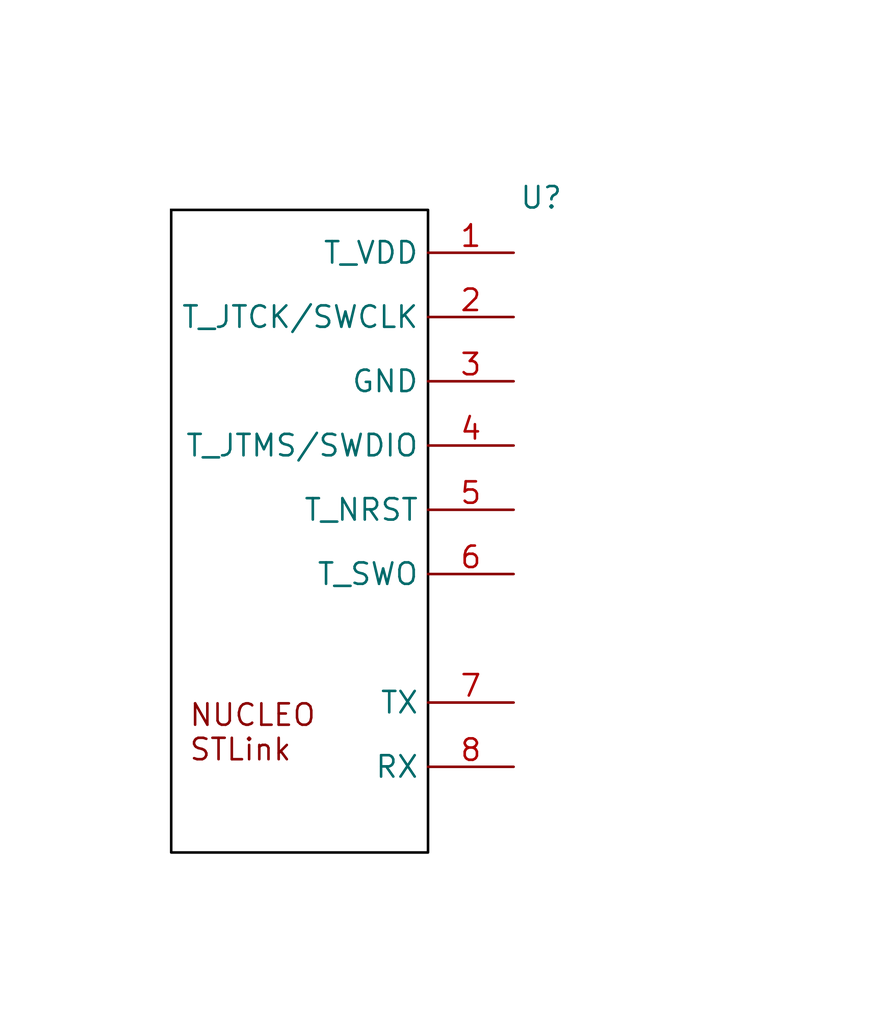
<source format=kicad_sch>
(kicad_sch (version 20250114) (generator "eeschema") (generator_version "9.0")
  (paper "User" 52.4002 60.706)
  (lib_symbols
    (symbol "STLINK-altium-import:root_0_NUCLEO-F401-STLINKEXTRACT_"
      (symbol "root_0_NUCLEO-F401-STLINKEXTRACT__1_0"
        (rectangle (start -10.319 19.05) (end 4.921 -19.05) (stroke (width 0) (color 0 0 0 1)))
        (text_box "NUCLEO\nSTLink" (at 15.081 -34.536 0) (size -25.4 25.4) (margins 1.016 1.016 1.016 1.016) (stroke (width -0.0001)) (effects (font (size 1.27 1.27)) (justify left top)))
        (pin passive line (at 10.001 16.51 180) (length 5.08) (name "T_VDD") (number "1"))
        (pin passive line (at 10.001 12.7 180) (length 5.08) (name "T_JTCK/SWCLK") (number "2"))
        (pin passive line (at 10.001 8.89 180) (length 5.08) (name "GND") (number "3"))
        (pin passive line (at 10.001 5.08 180) (length 5.08) (name "T_JTMS/SWDIO") (number "4"))
        (pin passive line (at 10.001 1.27 180) (length 5.08) (name "T_NRST") (number "5"))
        (pin passive line (at 10.001 -2.54 180) (length 5.08) (name "T_SWO") (number "6"))
        (pin passive line (at 10.001 -10.16 180) (length 5.08) (name "TX") (number "7"))
        (pin passive line (at 10.001 -13.97 180) (length 5.08) (name "RX") (number "8"))
      )
    )
  )
  (symbol (lib_id "STLINK-altium-import:root_0_NUCLEO-F401-STLINKEXTRACT_") (at 20.479 31.496 0) (unit 1)
    (property "Reference" "U?" (at 30.798 12.446 0) (effects (justify left bottom)))
  )
)
</source>
